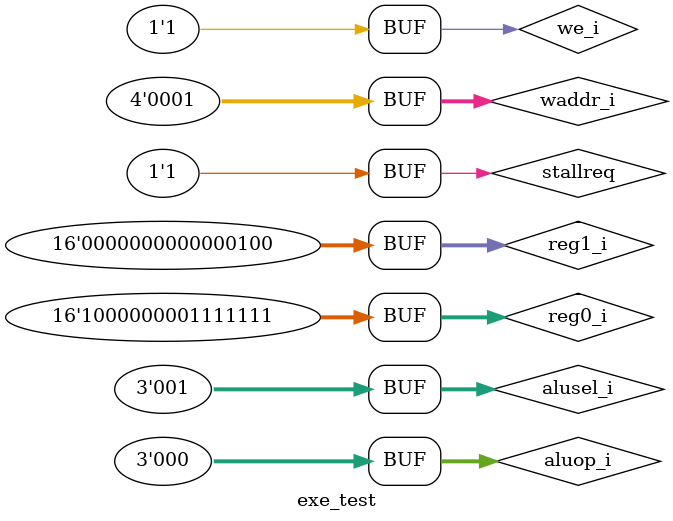
<source format=v>
`timescale 1ns / 1ns
module exe_test ;

// input
reg [2:0] aluop_i  ;
reg [2:0] alusel_i ;
reg [15:0] reg0_i ;
reg [15:0] reg1_i ;
reg [3:0] waddr_i ;
reg we_i ;
reg stallreq ;

//output
wire [2:0] aluop_o ;
wire we_o ;
wire [3:0] waddr_o ;
wire [15:0] wdata_o ;

// Instantiate the Unit Under Test (UUT)
exe uut(
	.aluop_i(aluop_i),
	.alusel_i(alusel_i),
	.reg0_i(reg0_i),
	.reg1_i(reg1_i),
	.waddr_i(waddr_i),
	.we_i(we_i),
	.stallreq(stallreq),
	.aluop_o(aluop_o),
	.we_o(we_o),
	.waddr_o(waddr_o),
	.wdata_o(wdata_o)
) ;

initial begin
	reg0_i = 0 ;
	reg1_i = 0 ;
	aluop_i = 0 ;
	alusel_i = 0 ;
	waddr_i = 1 ;
	we_i = 1 ;
	stallreq = 0 ;
	
	#10 ;
	stallreq = 1 ;
	alusel_i = 3'b111 ;
	aluop_i = 3'b000 ;
	reg0_i = 8 ;
	reg1_i = 1 ;
/* 	aluop_i = #10 3'b001 ;
	aluop_i = #10 3'b010 ;
	aluop_i = #10 3'b001 ;
	aluop_i = #10 3'b100 ;
	
	#10
	alusel_i = 3'b101 ;
	aluop_i = 3'b000 ;
	aluop_i = #10 3'b001 ;
	aluop_i = #10 3'b010 ;
	
	# 20 ;
	alusel_i = 3'b100 ;
	aluop_i = 3'b000 ;
	# 20 
	reg0_i = 1 ;
	# 20 ;
	aluop_i = 3'b001 ;
	# 20 ;
	reg0_i = 8 ; */
	#10 ;
	alusel_i = 3'b110 ;
	reg1_i = #5 0 ;
	#10 ;
	aluop_i = 3'b001 ;
	reg1_i = 1 ;
	#10 ;
	aluop_i = 3'b010 ;
	reg0_i = 16'b1000000001111111 ;
	reg1_i = #5 0 ;
	#10 ;
	aluop_i = 3'b011 ;
	reg1_i = #5 4 ;
	#10 ;
	alusel_i = 3'b000 ;
	#10 ;
	alusel_i = 3'b011 ;
	aluop_i = 3'b000 ;
	#10 ;
	alusel_i = 3'b001 ;
	#10 ;
end

endmodule
</source>
